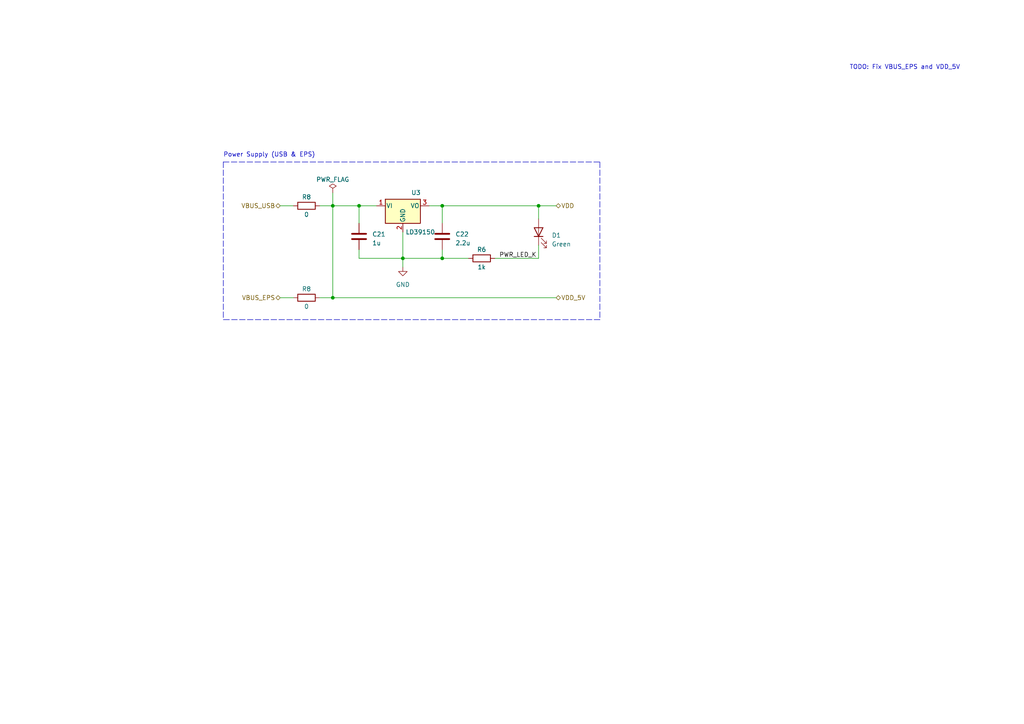
<source format=kicad_sch>
(kicad_sch (version 20230121) (generator eeschema)
  (paper "A4")
  (lib_symbols
    (symbol "Device:C" (pin_numbers hide) (pin_names (offset 0.254))
      (property "Reference" "C" (at 0.635 2.54 0))
      (property "Value" "C" (at 0.635 -2.54 0))
      (symbol "C_0_1"
        (polyline (pts (xy -2.032 -0.762) (xy 2.032 -0.762)) (stroke (width 0.508)))
        (polyline (pts (xy -2.032 0.762) (xy 2.032 0.762)) (stroke (width 0.508)))
      )
      (symbol "C_1_1"
        (pin passive line (at 0 3.81 270) (length 2.794) (name "~") (number "1"))
        (pin passive line (at 0 -3.81 90) (length 2.794) (name "~") (number "2"))
      )
    )
    (symbol "Device:LED" (pin_numbers hide) (pin_names (offset 1.016) hide)
      (property "Reference" "D" (at 0 2.54 0))
      (property "Value" "LED" (at 0 -2.54 0))
      (symbol "LED_0_1"
        (polyline (pts (xy -1.27 -1.27) (xy -1.27 1.27)) (stroke (width 0.254)))
        (polyline (pts (xy -1.27 0) (xy 1.27 0)))
        (polyline (pts (xy 1.27 -1.27) (xy 1.27 1.27) (xy -1.27 0) (xy 1.27 -1.27)) (stroke (width 0.254)))
        (polyline (pts (xy -3.048 -0.762) (xy -4.572 -2.286) (xy -3.81 -2.286) (xy -4.572 -2.286) (xy -4.572 -1.524)))
        (polyline (pts (xy -1.778 -0.762) (xy -3.302 -2.286) (xy -2.54 -2.286) (xy -3.302 -2.286) (xy -3.302 -1.524)))
      )
      (symbol "LED_1_1"
        (pin passive line (at -3.81 0 0) (length 2.54) (name "K") (number "1"))
        (pin passive line (at 3.81 0 180) (length 2.54) (name "A") (number "2"))
      )
    )
    (symbol "Device:R" (pin_numbers hide) (pin_names (offset 0))
      (property "Reference" "R" (at 2.032 0 90))
      (property "Value" "R" (at 0 0 90))
      (symbol "R_0_1"
        (rectangle (start -1.016 -2.54) (end 1.016 2.54) (stroke (width 0.254)))
      )
      (symbol "R_1_1"
        (pin passive line (at 0 3.81 270) (length 1.27) (name "~") (number "1"))
        (pin passive line (at 0 -3.81 90) (length 1.27) (name "~") (number "2"))
      )
    )
    (symbol "Regulator_Linear:LD39150DT33" (pin_names (offset 0.254))
      (property "Reference" "U" (at -3.81 3.175 0))
      (property "Value" "LD39150DT33" (at 0 3.175 0))
      (symbol "LD39150DT33_0_1"
        (rectangle (start -5.08 -5.08) (end 5.08 1.905) (stroke (width 0.254)) (fill (type background)))
      )
      (symbol "LD39150DT33_1_1"
        (pin power_in line (at -7.62 0 0) (length 2.54) (name "VI") (number "1"))
        (pin power_in line (at 0 -7.62 90) (length 2.54) (name "GND") (number "2"))
        (pin power_out line (at 7.62 0 180) (length 2.54) (name "VO") (number "3"))
      )
    )
    (symbol "power:GND" (power) (pin_names (offset 0))
      (property "Value" "GND" (at 0 -3.81 0))
      (symbol "GND_0_1"
        (polyline (pts (xy 0 0) (xy 0 -1.27) (xy 1.27 -1.27) (xy 0 -2.54) (xy -1.27 -1.27) (xy 0 -1.27)))
      )
      (symbol "GND_1_1"
        (pin power_in line (at 0 0 270) (length 0) hide (name "GND") (number "1"))
      )
    )
    (symbol "power:PWR_FLAG" (power) (pin_numbers hide) (pin_names (offset 0) hide)
      (property "Value" "PWR_FLAG" (at 0 3.81 0))
      (symbol "PWR_FLAG_0_0"
        (pin power_out line (at 0 0 90) (length 0) (name "pwr") (number "1"))
      )
      (symbol "PWR_FLAG_0_1"
        (polyline (pts (xy 0 0) (xy 0 1.27) (xy -1.016 1.905) (xy 0 2.54) (xy 1.016 1.905) (xy 0 1.27)))
      )
    )
  )
  (junction (at 116.84 74.93))
  (junction (at 128.27 74.93))
  (junction (at 156.21 59.69))
  (junction (at 104.14 59.69))
  (junction (at 96.52 59.69))
  (junction (at 96.52 86.36))
  (junction (at 128.27 59.69))
  (wire (pts (xy 116.84 67.31) (xy 116.84 74.93)))
  (wire (pts (xy 128.27 74.93) (xy 135.89 74.93)))
  (wire (pts (xy 116.84 74.93) (xy 116.84 77.47)))
  (wire (pts (xy 156.21 71.12) (xy 156.21 74.93)))
  (wire (pts (xy 156.21 59.69) (xy 161.29 59.69)))
  (wire (pts (xy 128.27 59.69) (xy 128.27 64.77)))
  (wire (pts (xy 104.14 72.39) (xy 104.14 74.93)))
  (wire (pts (xy 96.52 59.69) (xy 96.52 86.36)))
  (polyline (pts (xy 64.77 46.99) (xy 173.99 46.99)) (stroke (width 0) (type dash)))
  (wire (pts (xy 92.71 59.69) (xy 96.52 59.69)))
  (wire (pts (xy 81.28 86.36) (xy 85.09 86.36)))
  (wire (pts (xy 81.28 59.69) (xy 85.09 59.69)))
  (wire (pts (xy 143.51 74.93) (xy 156.21 74.93)))
  (wire (pts (xy 104.14 59.69) (xy 109.22 59.69)))
  (wire (pts (xy 156.21 59.69) (xy 156.21 63.5)))
  (wire (pts (xy 124.46 59.69) (xy 128.27 59.69)))
  (wire (pts (xy 96.52 59.69) (xy 104.14 59.69)))
  (wire (pts (xy 128.27 74.93) (xy 128.27 72.39)))
  (wire (pts (xy 104.14 74.93) (xy 116.84 74.93)))
  (wire (pts (xy 104.14 59.69) (xy 104.14 64.77)))
  (polyline (pts (xy 173.99 46.99) (xy 173.99 92.71)) (stroke (width 0) (type dash)))
  (polyline (pts (xy 64.77 46.99) (xy 64.77 92.71)) (stroke (width 0) (type dash)))
  (wire (pts (xy 92.71 86.36) (xy 96.52 86.36)))
  (wire (pts (xy 128.27 59.69) (xy 156.21 59.69)))
  (polyline (pts (xy 173.99 92.71) (xy 64.77 92.71)) (stroke (width 0) (type dash)))
  (wire (pts (xy 96.52 55.88) (xy 96.52 59.69)))
  (wire (pts (xy 161.29 86.36) (xy 96.52 86.36)))
  (wire (pts (xy 116.84 74.93) (xy 128.27 74.93)))
  (text "TODO: Fix VBUS_EPS and VDD_5V" (at 246.38 20.32 0) (effects (font (size 1.27 1.27)) (justify left bottom)))
  (text "Power Supply (USB & EPS)" (at 64.77 45.72 0) (effects (font (size 1.27 1.27)) (justify left bottom)))
  (label "PWR_LED_K" (at 144.78 74.93 0))
  (hierarchical_label "VBUS_EPS" (shape bidirectional) (at 81.28 86.36 180))
  (hierarchical_label "VDD" (shape bidirectional) (at 161.29 59.69 0))
  (hierarchical_label "VDD_5V" (shape bidirectional) (at 161.29 86.36 0))
  (hierarchical_label "VBUS_USB" (shape bidirectional) (at 81.28 59.69 180))
  (symbol (lib_id "Device:R") (at 88.9 86.36 90) (unit 1)
    (property "Reference" "R8" (at 88.9 83.82 90))
    (property "Value" "0" (at 88.9 88.9 90))
    (property "Footprint" "Resistor_SMD:R_0402_1005Metric" (effects hide))
    (instances (project "OBC" (path "" (reference "R8") (unit 1)) (path "" (reference "R10") (unit 1))))
  )
  (symbol (lib_id "power:GND") (at 116.84 77.47 0) (unit 1)
    (property "Reference" "#PWR015" (effects hide))
    (property "Value" "~" (at 116.84 82.55 0))
  )
  (symbol (lib_id "Device:C") (at 104.14 68.58 0) (unit 1)
    (property "Reference" "C21" (at 107.95 67.945 0) (effects (justify left)))
    (property "Value" "1u" (at 107.95 70.485 0) (effects (justify left)))
    (property "Footprint" "Capacitor_SMD:C_0402_1005Metric" (effects hide))
  )
  (symbol (lib_id "power:PWR_FLAG") (at 96.52 55.88 0) (unit 1)
    (property "Reference" "#FLG02" (effects hide))
    (property "Value" "PWR_FLAG" (at 96.52 52.07 0))
    (instances (project "OBC" (path "" (reference "#FLG02") (unit 1)) (path "" (reference "#FLG04") (unit 1))))
  )
  (symbol (lib_id "Device:R") (at 88.9 59.69 90) (unit 1)
    (property "Reference" "R8" (at 88.9 57.15 90))
    (property "Value" "0" (at 88.9 62.23 90))
    (property "Footprint" "Resistor_SMD:R_0402_1005Metric" (effects hide))
    (instances (project "OBC" (path "" (reference "R8") (unit 1)) (path "" (reference "R9") (unit 1))))
  )
  (symbol (lib_id "Device:LED") (at 156.21 67.31 90) (unit 1)
    (property "Reference" "D1" (at 160.02 68.2625 90) (effects (justify right)))
    (property "Value" "Green" (at 160.02 70.8025 90) (effects (justify right)))
    (property "Footprint" "LED_SMD:LED_0603_1608Metric" (effects hide))
  )
  (symbol (lib_id "Device:C") (at 128.27 68.58 0) (unit 1)
    (property "Reference" "C22" (at 132.08 67.945 0) (effects (justify left)))
    (property "Value" "2.2u" (at 132.08 70.485 0) (effects (justify left)))
    (property "Footprint" "Capacitor_SMD:C_0402_1005Metric" (effects hide))
  )
  (symbol (lib_id "Regulator_Linear:LD39150DT33") (at 116.84 59.69 0) (unit 1)
    (property "Reference" "U3" (at 120.65 55.88 0))
    (property "Value" "LD39150" (at 121.92 67.31 0))
    (property "Footprint" "Package_TO_SOT_SMD:TO-252-3_TabPin2" (effects hide))
    (property "Datasheet" "https://www.st.com/resource/en/datasheet/ld39150.pdf" (effects hide))
  )
  (symbol (lib_id "Device:R") (at 139.7 74.93 270) (unit 1)
    (property "Reference" "R6" (at 139.7 72.39 90))
    (property "Value" "1k" (at 139.7 77.47 90))
    (property "Footprint" "Resistor_SMD:R_0402_1005Metric" (effects hide))
  )
)
</source>
